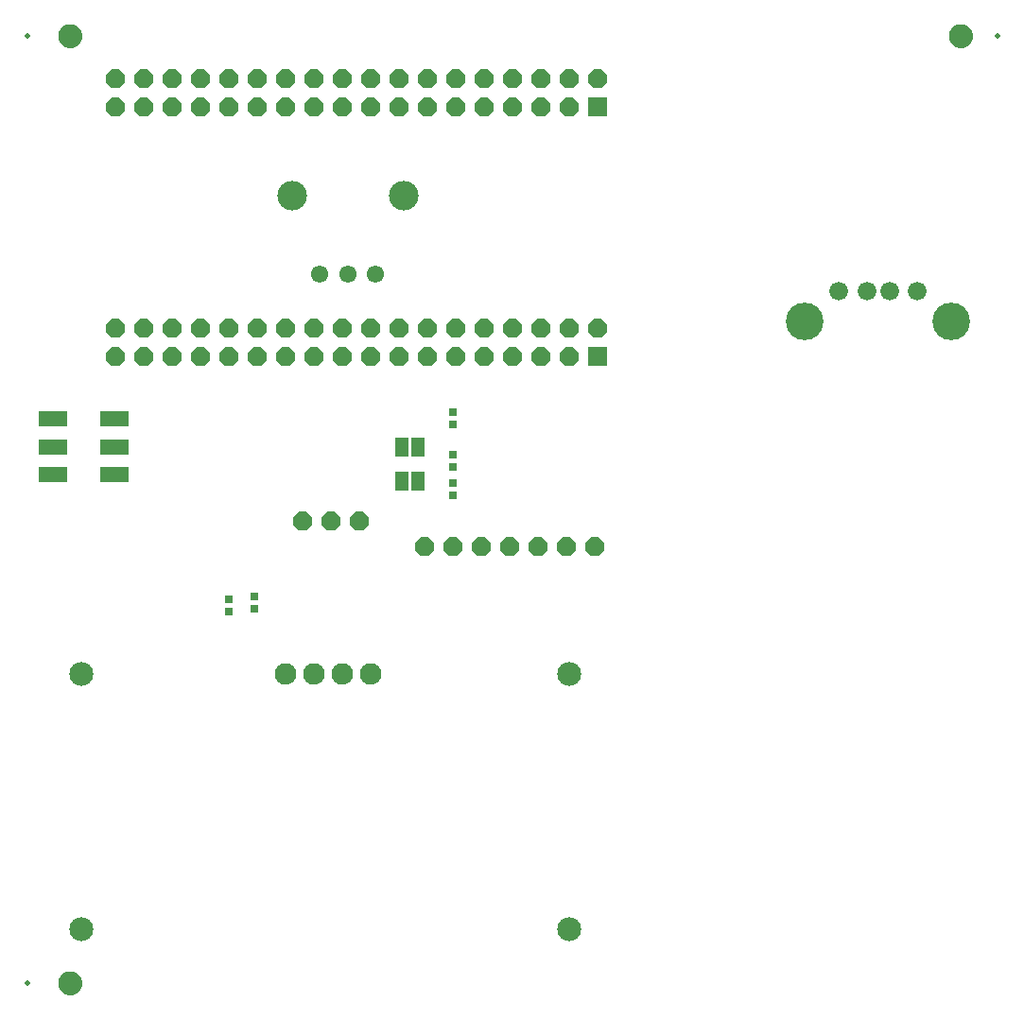
<source format=gbr>
G04 EAGLE Gerber RS-274X export*
G75*
%MOMM*%
%FSLAX34Y34*%
%LPD*%
%INSoldermask Top*%
%IPPOS*%
%AMOC8*
5,1,8,0,0,1.08239X$1,22.5*%
G01*
%ADD10C,0.502400*%
%ADD11R,1.252400X1.652400*%
%ADD12R,0.660400X0.762000*%
%ADD13R,1.676400X1.676400*%
%ADD14P,1.814519X8X202.500000*%
%ADD15C,2.152400*%
%ADD16C,1.930400*%
%ADD17P,1.814519X8X22.500000*%
%ADD18C,1.676400*%
%ADD19C,3.372400*%
%ADD20C,1.552400*%
%ADD21C,2.652400*%
%ADD22R,2.652400X1.352400*%
%ADD23C,0.609600*%
%ADD24C,1.168400*%


D10*
X25400Y27940D03*
X25400Y876300D03*
X894080Y876300D03*
D11*
X360600Y507900D03*
X360600Y476900D03*
X375600Y476900D03*
X375600Y507900D03*
D12*
X406400Y527812D03*
X406400Y538988D03*
X406400Y464312D03*
X406400Y475488D03*
X406400Y489712D03*
X406400Y500888D03*
D13*
X535940Y589280D03*
D14*
X510540Y589280D03*
X485140Y589280D03*
X459740Y589280D03*
X434340Y589280D03*
X408940Y589280D03*
X383540Y589280D03*
X358140Y589280D03*
X332740Y589280D03*
X307340Y589280D03*
X281940Y589280D03*
X256540Y589280D03*
X231140Y589280D03*
X205740Y589280D03*
X180340Y589280D03*
X154940Y589280D03*
X129540Y589280D03*
X104140Y589280D03*
D13*
X535940Y812800D03*
D14*
X510540Y812800D03*
X485140Y812800D03*
X459740Y812800D03*
X434340Y812800D03*
X408940Y812800D03*
X383540Y812800D03*
X358140Y812800D03*
X332740Y812800D03*
X307340Y812800D03*
X281940Y812800D03*
X256540Y812800D03*
X231140Y812800D03*
X205740Y812800D03*
X180340Y812800D03*
X154940Y812800D03*
X129540Y812800D03*
X104140Y812800D03*
X510540Y614680D03*
X485140Y614680D03*
X459740Y614680D03*
X434340Y614680D03*
X408940Y614680D03*
X383540Y614680D03*
X358140Y614680D03*
X332740Y614680D03*
X307340Y614680D03*
X281940Y614680D03*
X256540Y614680D03*
X231140Y614680D03*
X205740Y614680D03*
X180340Y614680D03*
X154940Y614680D03*
X129540Y614680D03*
X104140Y614680D03*
X510540Y838200D03*
X485140Y838200D03*
X459740Y838200D03*
X434340Y838200D03*
X408940Y838200D03*
X383540Y838200D03*
X358140Y838200D03*
X332740Y838200D03*
X307340Y838200D03*
X281940Y838200D03*
X256540Y838200D03*
X231140Y838200D03*
X205740Y838200D03*
X180340Y838200D03*
X154940Y838200D03*
X129540Y838200D03*
X104140Y838200D03*
X535940Y614680D03*
X535940Y838200D03*
D15*
X73660Y76200D03*
X510540Y76200D03*
X73660Y304800D03*
X510540Y304800D03*
D16*
X256540Y304800D03*
X281940Y304800D03*
X307340Y304800D03*
X332740Y304800D03*
D12*
X205740Y360172D03*
X205740Y371348D03*
X228600Y362712D03*
X228600Y373888D03*
D17*
X381000Y419100D03*
X406400Y419100D03*
X431800Y419100D03*
X457200Y419100D03*
X482600Y419100D03*
X508000Y419100D03*
X533400Y419100D03*
D18*
X777400Y647700D03*
X797400Y647700D03*
X752400Y647700D03*
X822400Y647700D03*
D19*
X721700Y620600D03*
X853100Y620600D03*
D20*
X287420Y662940D03*
X312420Y662940D03*
X337420Y662940D03*
D21*
X262420Y732940D03*
X362420Y732940D03*
D17*
X271780Y441960D03*
X297180Y441960D03*
X322580Y441960D03*
D22*
X103700Y483000D03*
X103700Y508000D03*
X103700Y533000D03*
X48700Y483000D03*
X48700Y508000D03*
X48700Y533000D03*
D23*
X55880Y27940D02*
X55882Y28127D01*
X55889Y28314D01*
X55901Y28501D01*
X55917Y28687D01*
X55937Y28873D01*
X55962Y29058D01*
X55992Y29243D01*
X56026Y29427D01*
X56065Y29610D01*
X56108Y29792D01*
X56156Y29972D01*
X56208Y30152D01*
X56265Y30330D01*
X56325Y30507D01*
X56391Y30682D01*
X56460Y30856D01*
X56534Y31028D01*
X56612Y31198D01*
X56694Y31366D01*
X56780Y31532D01*
X56870Y31696D01*
X56964Y31857D01*
X57062Y32017D01*
X57164Y32173D01*
X57270Y32328D01*
X57380Y32479D01*
X57493Y32628D01*
X57610Y32774D01*
X57730Y32917D01*
X57854Y33057D01*
X57981Y33194D01*
X58112Y33328D01*
X58246Y33459D01*
X58383Y33586D01*
X58523Y33710D01*
X58666Y33830D01*
X58812Y33947D01*
X58961Y34060D01*
X59112Y34170D01*
X59267Y34276D01*
X59423Y34378D01*
X59583Y34476D01*
X59744Y34570D01*
X59908Y34660D01*
X60074Y34746D01*
X60242Y34828D01*
X60412Y34906D01*
X60584Y34980D01*
X60758Y35049D01*
X60933Y35115D01*
X61110Y35175D01*
X61288Y35232D01*
X61468Y35284D01*
X61648Y35332D01*
X61830Y35375D01*
X62013Y35414D01*
X62197Y35448D01*
X62382Y35478D01*
X62567Y35503D01*
X62753Y35523D01*
X62939Y35539D01*
X63126Y35551D01*
X63313Y35558D01*
X63500Y35560D01*
X63687Y35558D01*
X63874Y35551D01*
X64061Y35539D01*
X64247Y35523D01*
X64433Y35503D01*
X64618Y35478D01*
X64803Y35448D01*
X64987Y35414D01*
X65170Y35375D01*
X65352Y35332D01*
X65532Y35284D01*
X65712Y35232D01*
X65890Y35175D01*
X66067Y35115D01*
X66242Y35049D01*
X66416Y34980D01*
X66588Y34906D01*
X66758Y34828D01*
X66926Y34746D01*
X67092Y34660D01*
X67256Y34570D01*
X67417Y34476D01*
X67577Y34378D01*
X67733Y34276D01*
X67888Y34170D01*
X68039Y34060D01*
X68188Y33947D01*
X68334Y33830D01*
X68477Y33710D01*
X68617Y33586D01*
X68754Y33459D01*
X68888Y33328D01*
X69019Y33194D01*
X69146Y33057D01*
X69270Y32917D01*
X69390Y32774D01*
X69507Y32628D01*
X69620Y32479D01*
X69730Y32328D01*
X69836Y32173D01*
X69938Y32017D01*
X70036Y31857D01*
X70130Y31696D01*
X70220Y31532D01*
X70306Y31366D01*
X70388Y31198D01*
X70466Y31028D01*
X70540Y30856D01*
X70609Y30682D01*
X70675Y30507D01*
X70735Y30330D01*
X70792Y30152D01*
X70844Y29972D01*
X70892Y29792D01*
X70935Y29610D01*
X70974Y29427D01*
X71008Y29243D01*
X71038Y29058D01*
X71063Y28873D01*
X71083Y28687D01*
X71099Y28501D01*
X71111Y28314D01*
X71118Y28127D01*
X71120Y27940D01*
X71118Y27753D01*
X71111Y27566D01*
X71099Y27379D01*
X71083Y27193D01*
X71063Y27007D01*
X71038Y26822D01*
X71008Y26637D01*
X70974Y26453D01*
X70935Y26270D01*
X70892Y26088D01*
X70844Y25908D01*
X70792Y25728D01*
X70735Y25550D01*
X70675Y25373D01*
X70609Y25198D01*
X70540Y25024D01*
X70466Y24852D01*
X70388Y24682D01*
X70306Y24514D01*
X70220Y24348D01*
X70130Y24184D01*
X70036Y24023D01*
X69938Y23863D01*
X69836Y23707D01*
X69730Y23552D01*
X69620Y23401D01*
X69507Y23252D01*
X69390Y23106D01*
X69270Y22963D01*
X69146Y22823D01*
X69019Y22686D01*
X68888Y22552D01*
X68754Y22421D01*
X68617Y22294D01*
X68477Y22170D01*
X68334Y22050D01*
X68188Y21933D01*
X68039Y21820D01*
X67888Y21710D01*
X67733Y21604D01*
X67577Y21502D01*
X67417Y21404D01*
X67256Y21310D01*
X67092Y21220D01*
X66926Y21134D01*
X66758Y21052D01*
X66588Y20974D01*
X66416Y20900D01*
X66242Y20831D01*
X66067Y20765D01*
X65890Y20705D01*
X65712Y20648D01*
X65532Y20596D01*
X65352Y20548D01*
X65170Y20505D01*
X64987Y20466D01*
X64803Y20432D01*
X64618Y20402D01*
X64433Y20377D01*
X64247Y20357D01*
X64061Y20341D01*
X63874Y20329D01*
X63687Y20322D01*
X63500Y20320D01*
X63313Y20322D01*
X63126Y20329D01*
X62939Y20341D01*
X62753Y20357D01*
X62567Y20377D01*
X62382Y20402D01*
X62197Y20432D01*
X62013Y20466D01*
X61830Y20505D01*
X61648Y20548D01*
X61468Y20596D01*
X61288Y20648D01*
X61110Y20705D01*
X60933Y20765D01*
X60758Y20831D01*
X60584Y20900D01*
X60412Y20974D01*
X60242Y21052D01*
X60074Y21134D01*
X59908Y21220D01*
X59744Y21310D01*
X59583Y21404D01*
X59423Y21502D01*
X59267Y21604D01*
X59112Y21710D01*
X58961Y21820D01*
X58812Y21933D01*
X58666Y22050D01*
X58523Y22170D01*
X58383Y22294D01*
X58246Y22421D01*
X58112Y22552D01*
X57981Y22686D01*
X57854Y22823D01*
X57730Y22963D01*
X57610Y23106D01*
X57493Y23252D01*
X57380Y23401D01*
X57270Y23552D01*
X57164Y23707D01*
X57062Y23863D01*
X56964Y24023D01*
X56870Y24184D01*
X56780Y24348D01*
X56694Y24514D01*
X56612Y24682D01*
X56534Y24852D01*
X56460Y25024D01*
X56391Y25198D01*
X56325Y25373D01*
X56265Y25550D01*
X56208Y25728D01*
X56156Y25908D01*
X56108Y26088D01*
X56065Y26270D01*
X56026Y26453D01*
X55992Y26637D01*
X55962Y26822D01*
X55937Y27007D01*
X55917Y27193D01*
X55901Y27379D01*
X55889Y27566D01*
X55882Y27753D01*
X55880Y27940D01*
D24*
X63500Y27940D03*
D23*
X55880Y876300D02*
X55882Y876487D01*
X55889Y876674D01*
X55901Y876861D01*
X55917Y877047D01*
X55937Y877233D01*
X55962Y877418D01*
X55992Y877603D01*
X56026Y877787D01*
X56065Y877970D01*
X56108Y878152D01*
X56156Y878332D01*
X56208Y878512D01*
X56265Y878690D01*
X56325Y878867D01*
X56391Y879042D01*
X56460Y879216D01*
X56534Y879388D01*
X56612Y879558D01*
X56694Y879726D01*
X56780Y879892D01*
X56870Y880056D01*
X56964Y880217D01*
X57062Y880377D01*
X57164Y880533D01*
X57270Y880688D01*
X57380Y880839D01*
X57493Y880988D01*
X57610Y881134D01*
X57730Y881277D01*
X57854Y881417D01*
X57981Y881554D01*
X58112Y881688D01*
X58246Y881819D01*
X58383Y881946D01*
X58523Y882070D01*
X58666Y882190D01*
X58812Y882307D01*
X58961Y882420D01*
X59112Y882530D01*
X59267Y882636D01*
X59423Y882738D01*
X59583Y882836D01*
X59744Y882930D01*
X59908Y883020D01*
X60074Y883106D01*
X60242Y883188D01*
X60412Y883266D01*
X60584Y883340D01*
X60758Y883409D01*
X60933Y883475D01*
X61110Y883535D01*
X61288Y883592D01*
X61468Y883644D01*
X61648Y883692D01*
X61830Y883735D01*
X62013Y883774D01*
X62197Y883808D01*
X62382Y883838D01*
X62567Y883863D01*
X62753Y883883D01*
X62939Y883899D01*
X63126Y883911D01*
X63313Y883918D01*
X63500Y883920D01*
X63687Y883918D01*
X63874Y883911D01*
X64061Y883899D01*
X64247Y883883D01*
X64433Y883863D01*
X64618Y883838D01*
X64803Y883808D01*
X64987Y883774D01*
X65170Y883735D01*
X65352Y883692D01*
X65532Y883644D01*
X65712Y883592D01*
X65890Y883535D01*
X66067Y883475D01*
X66242Y883409D01*
X66416Y883340D01*
X66588Y883266D01*
X66758Y883188D01*
X66926Y883106D01*
X67092Y883020D01*
X67256Y882930D01*
X67417Y882836D01*
X67577Y882738D01*
X67733Y882636D01*
X67888Y882530D01*
X68039Y882420D01*
X68188Y882307D01*
X68334Y882190D01*
X68477Y882070D01*
X68617Y881946D01*
X68754Y881819D01*
X68888Y881688D01*
X69019Y881554D01*
X69146Y881417D01*
X69270Y881277D01*
X69390Y881134D01*
X69507Y880988D01*
X69620Y880839D01*
X69730Y880688D01*
X69836Y880533D01*
X69938Y880377D01*
X70036Y880217D01*
X70130Y880056D01*
X70220Y879892D01*
X70306Y879726D01*
X70388Y879558D01*
X70466Y879388D01*
X70540Y879216D01*
X70609Y879042D01*
X70675Y878867D01*
X70735Y878690D01*
X70792Y878512D01*
X70844Y878332D01*
X70892Y878152D01*
X70935Y877970D01*
X70974Y877787D01*
X71008Y877603D01*
X71038Y877418D01*
X71063Y877233D01*
X71083Y877047D01*
X71099Y876861D01*
X71111Y876674D01*
X71118Y876487D01*
X71120Y876300D01*
X71118Y876113D01*
X71111Y875926D01*
X71099Y875739D01*
X71083Y875553D01*
X71063Y875367D01*
X71038Y875182D01*
X71008Y874997D01*
X70974Y874813D01*
X70935Y874630D01*
X70892Y874448D01*
X70844Y874268D01*
X70792Y874088D01*
X70735Y873910D01*
X70675Y873733D01*
X70609Y873558D01*
X70540Y873384D01*
X70466Y873212D01*
X70388Y873042D01*
X70306Y872874D01*
X70220Y872708D01*
X70130Y872544D01*
X70036Y872383D01*
X69938Y872223D01*
X69836Y872067D01*
X69730Y871912D01*
X69620Y871761D01*
X69507Y871612D01*
X69390Y871466D01*
X69270Y871323D01*
X69146Y871183D01*
X69019Y871046D01*
X68888Y870912D01*
X68754Y870781D01*
X68617Y870654D01*
X68477Y870530D01*
X68334Y870410D01*
X68188Y870293D01*
X68039Y870180D01*
X67888Y870070D01*
X67733Y869964D01*
X67577Y869862D01*
X67417Y869764D01*
X67256Y869670D01*
X67092Y869580D01*
X66926Y869494D01*
X66758Y869412D01*
X66588Y869334D01*
X66416Y869260D01*
X66242Y869191D01*
X66067Y869125D01*
X65890Y869065D01*
X65712Y869008D01*
X65532Y868956D01*
X65352Y868908D01*
X65170Y868865D01*
X64987Y868826D01*
X64803Y868792D01*
X64618Y868762D01*
X64433Y868737D01*
X64247Y868717D01*
X64061Y868701D01*
X63874Y868689D01*
X63687Y868682D01*
X63500Y868680D01*
X63313Y868682D01*
X63126Y868689D01*
X62939Y868701D01*
X62753Y868717D01*
X62567Y868737D01*
X62382Y868762D01*
X62197Y868792D01*
X62013Y868826D01*
X61830Y868865D01*
X61648Y868908D01*
X61468Y868956D01*
X61288Y869008D01*
X61110Y869065D01*
X60933Y869125D01*
X60758Y869191D01*
X60584Y869260D01*
X60412Y869334D01*
X60242Y869412D01*
X60074Y869494D01*
X59908Y869580D01*
X59744Y869670D01*
X59583Y869764D01*
X59423Y869862D01*
X59267Y869964D01*
X59112Y870070D01*
X58961Y870180D01*
X58812Y870293D01*
X58666Y870410D01*
X58523Y870530D01*
X58383Y870654D01*
X58246Y870781D01*
X58112Y870912D01*
X57981Y871046D01*
X57854Y871183D01*
X57730Y871323D01*
X57610Y871466D01*
X57493Y871612D01*
X57380Y871761D01*
X57270Y871912D01*
X57164Y872067D01*
X57062Y872223D01*
X56964Y872383D01*
X56870Y872544D01*
X56780Y872708D01*
X56694Y872874D01*
X56612Y873042D01*
X56534Y873212D01*
X56460Y873384D01*
X56391Y873558D01*
X56325Y873733D01*
X56265Y873910D01*
X56208Y874088D01*
X56156Y874268D01*
X56108Y874448D01*
X56065Y874630D01*
X56026Y874813D01*
X55992Y874997D01*
X55962Y875182D01*
X55937Y875367D01*
X55917Y875553D01*
X55901Y875739D01*
X55889Y875926D01*
X55882Y876113D01*
X55880Y876300D01*
D24*
X63500Y876300D03*
D23*
X853440Y876300D02*
X853442Y876487D01*
X853449Y876674D01*
X853461Y876861D01*
X853477Y877047D01*
X853497Y877233D01*
X853522Y877418D01*
X853552Y877603D01*
X853586Y877787D01*
X853625Y877970D01*
X853668Y878152D01*
X853716Y878332D01*
X853768Y878512D01*
X853825Y878690D01*
X853885Y878867D01*
X853951Y879042D01*
X854020Y879216D01*
X854094Y879388D01*
X854172Y879558D01*
X854254Y879726D01*
X854340Y879892D01*
X854430Y880056D01*
X854524Y880217D01*
X854622Y880377D01*
X854724Y880533D01*
X854830Y880688D01*
X854940Y880839D01*
X855053Y880988D01*
X855170Y881134D01*
X855290Y881277D01*
X855414Y881417D01*
X855541Y881554D01*
X855672Y881688D01*
X855806Y881819D01*
X855943Y881946D01*
X856083Y882070D01*
X856226Y882190D01*
X856372Y882307D01*
X856521Y882420D01*
X856672Y882530D01*
X856827Y882636D01*
X856983Y882738D01*
X857143Y882836D01*
X857304Y882930D01*
X857468Y883020D01*
X857634Y883106D01*
X857802Y883188D01*
X857972Y883266D01*
X858144Y883340D01*
X858318Y883409D01*
X858493Y883475D01*
X858670Y883535D01*
X858848Y883592D01*
X859028Y883644D01*
X859208Y883692D01*
X859390Y883735D01*
X859573Y883774D01*
X859757Y883808D01*
X859942Y883838D01*
X860127Y883863D01*
X860313Y883883D01*
X860499Y883899D01*
X860686Y883911D01*
X860873Y883918D01*
X861060Y883920D01*
X861247Y883918D01*
X861434Y883911D01*
X861621Y883899D01*
X861807Y883883D01*
X861993Y883863D01*
X862178Y883838D01*
X862363Y883808D01*
X862547Y883774D01*
X862730Y883735D01*
X862912Y883692D01*
X863092Y883644D01*
X863272Y883592D01*
X863450Y883535D01*
X863627Y883475D01*
X863802Y883409D01*
X863976Y883340D01*
X864148Y883266D01*
X864318Y883188D01*
X864486Y883106D01*
X864652Y883020D01*
X864816Y882930D01*
X864977Y882836D01*
X865137Y882738D01*
X865293Y882636D01*
X865448Y882530D01*
X865599Y882420D01*
X865748Y882307D01*
X865894Y882190D01*
X866037Y882070D01*
X866177Y881946D01*
X866314Y881819D01*
X866448Y881688D01*
X866579Y881554D01*
X866706Y881417D01*
X866830Y881277D01*
X866950Y881134D01*
X867067Y880988D01*
X867180Y880839D01*
X867290Y880688D01*
X867396Y880533D01*
X867498Y880377D01*
X867596Y880217D01*
X867690Y880056D01*
X867780Y879892D01*
X867866Y879726D01*
X867948Y879558D01*
X868026Y879388D01*
X868100Y879216D01*
X868169Y879042D01*
X868235Y878867D01*
X868295Y878690D01*
X868352Y878512D01*
X868404Y878332D01*
X868452Y878152D01*
X868495Y877970D01*
X868534Y877787D01*
X868568Y877603D01*
X868598Y877418D01*
X868623Y877233D01*
X868643Y877047D01*
X868659Y876861D01*
X868671Y876674D01*
X868678Y876487D01*
X868680Y876300D01*
X868678Y876113D01*
X868671Y875926D01*
X868659Y875739D01*
X868643Y875553D01*
X868623Y875367D01*
X868598Y875182D01*
X868568Y874997D01*
X868534Y874813D01*
X868495Y874630D01*
X868452Y874448D01*
X868404Y874268D01*
X868352Y874088D01*
X868295Y873910D01*
X868235Y873733D01*
X868169Y873558D01*
X868100Y873384D01*
X868026Y873212D01*
X867948Y873042D01*
X867866Y872874D01*
X867780Y872708D01*
X867690Y872544D01*
X867596Y872383D01*
X867498Y872223D01*
X867396Y872067D01*
X867290Y871912D01*
X867180Y871761D01*
X867067Y871612D01*
X866950Y871466D01*
X866830Y871323D01*
X866706Y871183D01*
X866579Y871046D01*
X866448Y870912D01*
X866314Y870781D01*
X866177Y870654D01*
X866037Y870530D01*
X865894Y870410D01*
X865748Y870293D01*
X865599Y870180D01*
X865448Y870070D01*
X865293Y869964D01*
X865137Y869862D01*
X864977Y869764D01*
X864816Y869670D01*
X864652Y869580D01*
X864486Y869494D01*
X864318Y869412D01*
X864148Y869334D01*
X863976Y869260D01*
X863802Y869191D01*
X863627Y869125D01*
X863450Y869065D01*
X863272Y869008D01*
X863092Y868956D01*
X862912Y868908D01*
X862730Y868865D01*
X862547Y868826D01*
X862363Y868792D01*
X862178Y868762D01*
X861993Y868737D01*
X861807Y868717D01*
X861621Y868701D01*
X861434Y868689D01*
X861247Y868682D01*
X861060Y868680D01*
X860873Y868682D01*
X860686Y868689D01*
X860499Y868701D01*
X860313Y868717D01*
X860127Y868737D01*
X859942Y868762D01*
X859757Y868792D01*
X859573Y868826D01*
X859390Y868865D01*
X859208Y868908D01*
X859028Y868956D01*
X858848Y869008D01*
X858670Y869065D01*
X858493Y869125D01*
X858318Y869191D01*
X858144Y869260D01*
X857972Y869334D01*
X857802Y869412D01*
X857634Y869494D01*
X857468Y869580D01*
X857304Y869670D01*
X857143Y869764D01*
X856983Y869862D01*
X856827Y869964D01*
X856672Y870070D01*
X856521Y870180D01*
X856372Y870293D01*
X856226Y870410D01*
X856083Y870530D01*
X855943Y870654D01*
X855806Y870781D01*
X855672Y870912D01*
X855541Y871046D01*
X855414Y871183D01*
X855290Y871323D01*
X855170Y871466D01*
X855053Y871612D01*
X854940Y871761D01*
X854830Y871912D01*
X854724Y872067D01*
X854622Y872223D01*
X854524Y872383D01*
X854430Y872544D01*
X854340Y872708D01*
X854254Y872874D01*
X854172Y873042D01*
X854094Y873212D01*
X854020Y873384D01*
X853951Y873558D01*
X853885Y873733D01*
X853825Y873910D01*
X853768Y874088D01*
X853716Y874268D01*
X853668Y874448D01*
X853625Y874630D01*
X853586Y874813D01*
X853552Y874997D01*
X853522Y875182D01*
X853497Y875367D01*
X853477Y875553D01*
X853461Y875739D01*
X853449Y875926D01*
X853442Y876113D01*
X853440Y876300D01*
D24*
X861060Y876300D03*
M02*

</source>
